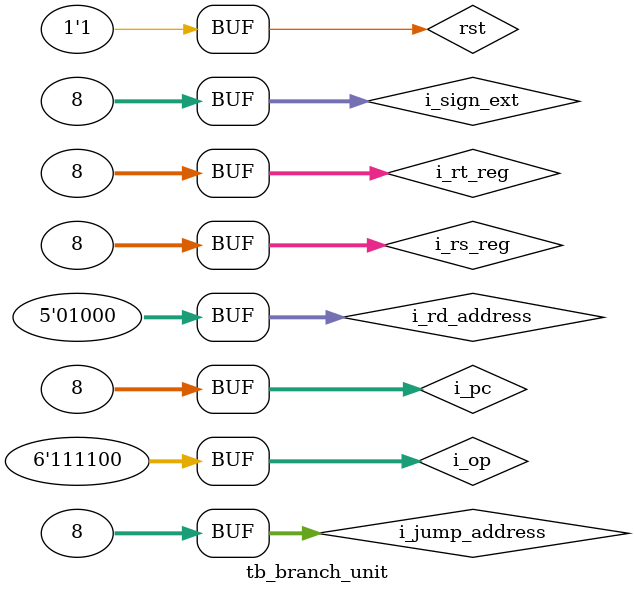
<source format=v>
`timescale 1ns / 1ps
module tb_branch_unit();

    reg rst;
    reg [5  : 0] i_op;
    reg [31 : 0] i_sign_ext;
    reg [31 : 0] i_jump_address;
    reg [31 : 0] i_pc;
    reg [31 : 0] i_rs_reg;
    reg [31 : 0] i_rt_reg;
    reg [4  : 0] i_rd_address;

    wire os_taken;
    wire os_write_jump;
    wire [31 : 0] o_jump_address;
    wire [4 : 0] o_reg_jump_address;
    
    initial begin
        rst             = 0;
        i_op            = 0;
        i_sign_ext      = 0;
        i_jump_address  = 0;
        i_pc            = 0;
        i_rs_reg        = 0;
        i_rt_reg        = 0;
        i_rd_address    = 0;

        #100
        rst = 1;
        #10
        //JR
        i_op            = 6'b000000;
        i_sign_ext      = 'h00000008;
        i_jump_address  = 'h00000001;
        i_pc            = 'h00000001;
        i_rs_reg        = 'h00000001;
        i_rt_reg        = 'h00000001;
        i_rd_address    = 5'b00001;
        #2
        //JALR
        i_op            = 6'b000000;
        i_sign_ext      = 'h00000009;
        i_jump_address  = 'h00000002;
        i_pc            = 'h00000002;
        i_rs_reg        = 'h00000002;
        i_rt_reg        = 'h00000002;
        i_rd_address    = 5'b00010;
        #2
        //6'b000000 default
        i_op            = 6'b000000;
        i_sign_ext      = 'h00000018;
        i_jump_address  = 'h00000003;
        i_pc            = 'h00000003;
        i_rs_reg        = 'h00000003;
        i_rt_reg        = 'h00000003;
        i_rd_address    = 5'b00011;
        #2
        //BEQ taken
        i_op            = 6'b000100;
        i_sign_ext      = 'h00000004;
        i_jump_address  = 'h00000004;
        i_pc            = 'h00000004;
        i_rs_reg        = 'h00000004;
        i_rt_reg        = 'h00000004;
        i_rd_address    = 5'b00100;
        #2
        //BEQ no taken
        i_op            = 6'b000100;
        i_sign_ext      = 'h00000004;
        i_jump_address  = 'h00000004;
        i_pc            = 'h00000004;
        i_rs_reg        = 'h00000004;
        i_rt_reg        = 'h00000005;
        i_rd_address    = 5'b00100;
        #2
        //BNE no taken
        i_op            = 6'b000101;
        i_sign_ext      = 'h00000005;
        i_jump_address  = 'h00000005;
        i_pc            = 'h00000005;
        i_rs_reg        = 'h00000005;
        i_rt_reg        = 'h00000005;
        i_rd_address    = 5'b00101;
        #2
        //BNE taken
        i_op            = 6'b000101;
        i_sign_ext      = 'h00000005;
        i_jump_address  = 'h00000005;
        i_pc            = 'h00000005;
        i_rs_reg        = 'h00000005;
        i_rt_reg        = 'h00000006;
        i_rd_address    = 5'b00100;
        #2
        //J
        i_op            = 6'b000010;
        i_sign_ext      = 'h00000006;
        i_jump_address  = 'h00000006;
        i_pc            = 'h00000006;
        i_rs_reg        = 'h00000006;
        i_rt_reg        = 'h00000006;
        i_rd_address    = 5'b00110;
        #2
        //JAL
        i_op            = 6'b000011;
        i_sign_ext      = 'h00000007;
        i_jump_address  = 'h00000007;
        i_pc            = 'h00000007;
        i_rs_reg        = 'h00000007;
        i_rt_reg        = 'h00000007;
        i_rd_address    = 5'b00111;
        #2
        //default
        i_op            = 6'b111100;
        i_sign_ext      = 'h00000008;
        i_jump_address  = 'h00000008;
        i_pc            = 'h00000008;
        i_rs_reg        = 'h00000008;
        i_rt_reg        = 'h00000008;
        i_rd_address    = 5'b01000;
        
    end
branch_unit u_branch_unit(
        .rst(rst),
        .i_op(i_op),
        .i_sign_ext(i_sign_ext),
        .i_jump_address(i_jump_address),
        .i_pc(i_pc),
        .i_rs_reg(i_rs_reg), 
        .i_rt_reg(i_rt_reg),
        .i_rd_address(i_rd_address), 
        .os_taken(os_taken),
        .os_write_jump(os_write_jump),
        .o_jump_address(o_jump_address),
        .o_reg_jump_address(o_reg_jump_address)
        );
endmodule

</source>
